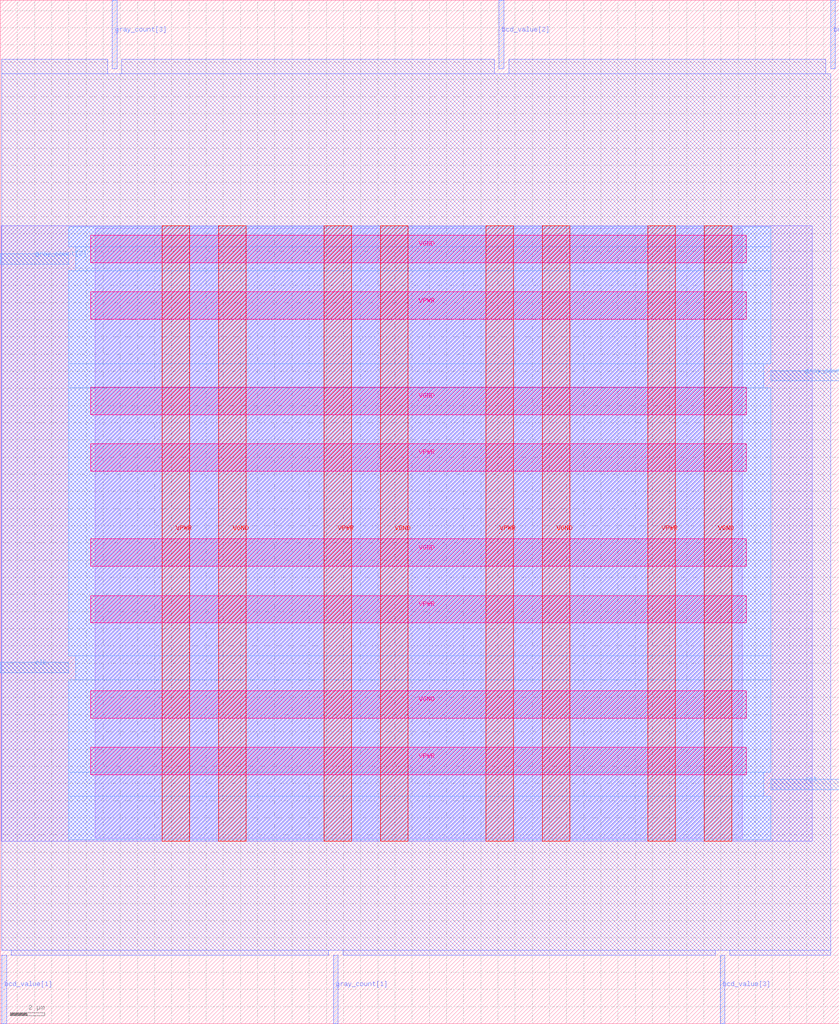
<source format=lef>
VERSION 5.7 ;
  NOWIREEXTENSIONATPIN ON ;
  DIVIDERCHAR "/" ;
  BUSBITCHARS "[]" ;
MACRO iiitb_gray_cntr
  CLASS BLOCK ;
  FOREIGN iiitb_gray_cntr ;
  ORIGIN 0.000 0.000 ;
  SIZE 48.890 BY 59.610 ;
  PIN VGND
    DIRECTION INOUT ;
    USE GROUND ;
    PORT
      LAYER met4 ;
        RECT 12.735 10.640 14.335 46.480 ;
    END
    PORT
      LAYER met4 ;
        RECT 22.165 10.640 23.765 46.480 ;
    END
    PORT
      LAYER met4 ;
        RECT 31.595 10.640 33.195 46.480 ;
    END
    PORT
      LAYER met4 ;
        RECT 41.025 10.640 42.625 46.480 ;
    END
    PORT
      LAYER met5 ;
        RECT 5.280 17.800 43.480 19.400 ;
    END
    PORT
      LAYER met5 ;
        RECT 5.280 26.640 43.480 28.240 ;
    END
    PORT
      LAYER met5 ;
        RECT 5.280 35.480 43.480 37.080 ;
    END
    PORT
      LAYER met5 ;
        RECT 5.280 44.320 43.480 45.920 ;
    END
  END VGND
  PIN VPWR
    DIRECTION INOUT ;
    USE POWER ;
    PORT
      LAYER met4 ;
        RECT 9.435 10.640 11.035 46.480 ;
    END
    PORT
      LAYER met4 ;
        RECT 18.865 10.640 20.465 46.480 ;
    END
    PORT
      LAYER met4 ;
        RECT 28.295 10.640 29.895 46.480 ;
    END
    PORT
      LAYER met4 ;
        RECT 37.725 10.640 39.325 46.480 ;
    END
    PORT
      LAYER met5 ;
        RECT 5.280 14.500 43.480 16.100 ;
    END
    PORT
      LAYER met5 ;
        RECT 5.280 23.340 43.480 24.940 ;
    END
    PORT
      LAYER met5 ;
        RECT 5.280 32.180 43.480 33.780 ;
    END
    PORT
      LAYER met5 ;
        RECT 5.280 41.020 43.480 42.620 ;
    END
  END VPWR
  PIN bcd_value[0]
    DIRECTION OUTPUT TRISTATE ;
    USE SIGNAL ;
    PORT
      LAYER met2 ;
        RECT 48.390 55.610 48.670 59.610 ;
    END
  END bcd_value[0]
  PIN bcd_value[1]
    DIRECTION OUTPUT TRISTATE ;
    USE SIGNAL ;
    PORT
      LAYER met2 ;
        RECT 0.090 0.000 0.370 4.000 ;
    END
  END bcd_value[1]
  PIN bcd_value[2]
    DIRECTION OUTPUT TRISTATE ;
    USE SIGNAL ;
    PORT
      LAYER met2 ;
        RECT 29.070 55.610 29.350 59.610 ;
    END
  END bcd_value[2]
  PIN bcd_value[3]
    DIRECTION OUTPUT TRISTATE ;
    USE SIGNAL ;
    PORT
      LAYER met2 ;
        RECT 41.950 0.000 42.230 4.000 ;
    END
  END bcd_value[3]
  PIN clk
    DIRECTION INPUT ;
    USE SIGNAL ;
    PORT
      LAYER met3 ;
        RECT 0.000 20.440 4.000 21.040 ;
    END
  END clk
  PIN gray_count[0]
    DIRECTION OUTPUT TRISTATE ;
    USE SIGNAL ;
    PORT
      LAYER met3 ;
        RECT 44.890 37.440 48.890 38.040 ;
    END
  END gray_count[0]
  PIN gray_count[1]
    DIRECTION OUTPUT TRISTATE ;
    USE SIGNAL ;
    PORT
      LAYER met2 ;
        RECT 19.410 0.000 19.690 4.000 ;
    END
  END gray_count[1]
  PIN gray_count[2]
    DIRECTION OUTPUT TRISTATE ;
    USE SIGNAL ;
    PORT
      LAYER met3 ;
        RECT 0.000 44.240 4.000 44.840 ;
    END
  END gray_count[2]
  PIN gray_count[3]
    DIRECTION OUTPUT TRISTATE ;
    USE SIGNAL ;
    PORT
      LAYER met2 ;
        RECT 6.530 55.610 6.810 59.610 ;
    END
  END gray_count[3]
  PIN rst
    DIRECTION INPUT ;
    USE SIGNAL ;
    PORT
      LAYER met3 ;
        RECT 44.890 13.640 48.890 14.240 ;
    END
  END rst
  OBS
      LAYER li1 ;
        RECT 5.520 10.795 43.240 46.325 ;
      LAYER met1 ;
        RECT 0.070 10.640 47.310 46.480 ;
      LAYER met2 ;
        RECT 0.100 55.330 6.250 56.170 ;
        RECT 7.090 55.330 28.790 56.170 ;
        RECT 29.630 55.330 48.110 56.170 ;
        RECT 0.100 4.280 48.390 55.330 ;
        RECT 0.650 4.000 19.130 4.280 ;
        RECT 19.970 4.000 41.670 4.280 ;
        RECT 42.510 4.000 48.390 4.280 ;
      LAYER met3 ;
        RECT 4.000 45.240 44.890 46.405 ;
        RECT 4.400 43.840 44.890 45.240 ;
        RECT 4.000 38.440 44.890 43.840 ;
        RECT 4.000 37.040 44.490 38.440 ;
        RECT 4.000 21.440 44.890 37.040 ;
        RECT 4.400 20.040 44.890 21.440 ;
        RECT 4.000 14.640 44.890 20.040 ;
        RECT 4.000 13.240 44.490 14.640 ;
        RECT 4.000 10.715 44.890 13.240 ;
  END
END iiitb_gray_cntr
END LIBRARY


</source>
